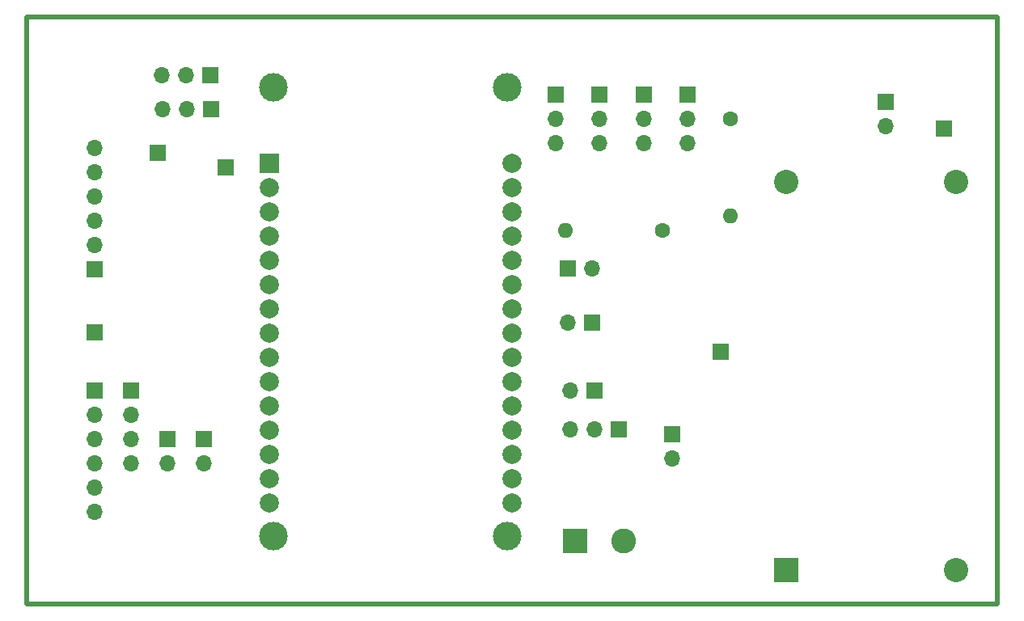
<source format=gbr>
%TF.GenerationSoftware,KiCad,Pcbnew,7.0.1*%
%TF.CreationDate,2023-06-29T12:07:24-05:00*%
%TF.ProjectId,ChocoBox,43686f63-6f42-46f7-982e-6b696361645f,rev?*%
%TF.SameCoordinates,Original*%
%TF.FileFunction,Soldermask,Bot*%
%TF.FilePolarity,Negative*%
%FSLAX46Y46*%
G04 Gerber Fmt 4.6, Leading zero omitted, Abs format (unit mm)*
G04 Created by KiCad (PCBNEW 7.0.1) date 2023-06-29 12:07:24*
%MOMM*%
%LPD*%
G01*
G04 APERTURE LIST*
%ADD10R,1.700000X1.700000*%
%ADD11C,3.000000*%
%ADD12R,2.000000X2.000000*%
%ADD13C,2.000000*%
%ADD14O,1.700000X1.700000*%
%ADD15C,1.600000*%
%ADD16O,1.600000X1.600000*%
%ADD17R,2.600000X2.600000*%
%ADD18C,2.600000*%
%ADD19R,2.540000X2.540000*%
%ADD20C,2.540000*%
%TA.AperFunction,Profile*%
%ADD21C,0.500000*%
%TD*%
G04 APERTURE END LIST*
D10*
%TO.C,J16*%
X157480000Y-48768000D03*
%TD*%
D11*
%TO.C,U1*%
X87250000Y-44490000D03*
X87250000Y-91440000D03*
X111760000Y-44490000D03*
X111760000Y-91440000D03*
D12*
X86830000Y-52450000D03*
D13*
X86830000Y-54990000D03*
X86830000Y-57530000D03*
X86830000Y-60070000D03*
X86830000Y-62610000D03*
X86830000Y-65150000D03*
X86830000Y-67690000D03*
X86830000Y-70230000D03*
X86830000Y-72770000D03*
X86830000Y-75310000D03*
X86830000Y-77850000D03*
X86830000Y-80390000D03*
X86830000Y-82930000D03*
X86830000Y-85470000D03*
X86830000Y-88010000D03*
X112230000Y-88010000D03*
X112230000Y-85470000D03*
X112230000Y-82930000D03*
X112230000Y-80390000D03*
X112230000Y-77850000D03*
X112230000Y-75310000D03*
X112230000Y-72770000D03*
X112230000Y-70230000D03*
X112230000Y-67690000D03*
X112230000Y-65150000D03*
X112230000Y-62610000D03*
X112230000Y-60070000D03*
X112230000Y-57530000D03*
X112230000Y-54990000D03*
X112230000Y-52450000D03*
%TD*%
D10*
%TO.C,J11*%
X75184000Y-51308000D03*
%TD*%
%TO.C,J6*%
X120630000Y-69113000D03*
D14*
X118090000Y-69113000D03*
%TD*%
D10*
%TO.C,J18*%
X82296000Y-52832000D03*
%TD*%
D15*
%TO.C,R1*%
X128016000Y-59436000D03*
D16*
X117856000Y-59436000D03*
%TD*%
D10*
%TO.C,J5*%
X68580000Y-63500000D03*
D14*
X68580000Y-60960000D03*
X68580000Y-58420000D03*
X68580000Y-55880000D03*
X68580000Y-53340000D03*
X68580000Y-50800000D03*
%TD*%
D10*
%TO.C,J12*%
X76200000Y-81280000D03*
D14*
X76200000Y-83820000D03*
%TD*%
D10*
%TO.C,J14*%
X151409000Y-45994000D03*
D14*
X151409000Y-48534000D03*
%TD*%
D10*
%TO.C,J3*%
X68580000Y-76200000D03*
D14*
X68580000Y-78740000D03*
X68580000Y-81280000D03*
X68580000Y-83820000D03*
X68580000Y-86360000D03*
X68580000Y-88900000D03*
%TD*%
D10*
%TO.C,J2*%
X80645000Y-43180000D03*
D14*
X78105000Y-43180000D03*
X75565000Y-43180000D03*
%TD*%
D15*
%TO.C,R3*%
X135128000Y-47752000D03*
D16*
X135128000Y-57912000D03*
%TD*%
D17*
%TO.C,J8*%
X118872000Y-91948000D03*
D18*
X123952000Y-91948000D03*
%TD*%
D10*
%TO.C,J20*%
X121412000Y-45212000D03*
D14*
X121412000Y-47752000D03*
X121412000Y-50292000D03*
%TD*%
D19*
%TO.C,U2*%
X140970000Y-94996000D03*
D20*
X158750000Y-94996000D03*
X158750000Y-54356000D03*
X140970000Y-54356000D03*
%TD*%
D10*
%TO.C,J15*%
X68580000Y-70104000D03*
%TD*%
%TO.C,J21*%
X126040000Y-45212000D03*
D14*
X126040000Y-47752000D03*
X126040000Y-50292000D03*
%TD*%
D10*
%TO.C,J4*%
X72415000Y-76200000D03*
D14*
X72415000Y-78740000D03*
X72415000Y-81280000D03*
X72415000Y-83820000D03*
%TD*%
D10*
%TO.C,SW1*%
X118130000Y-63475000D03*
D14*
X120670000Y-63475000D03*
%TD*%
D10*
%TO.C,J22*%
X130640000Y-45212000D03*
D14*
X130640000Y-47752000D03*
X130640000Y-50292000D03*
%TD*%
D10*
%TO.C,J17*%
X134112000Y-72136000D03*
%TD*%
%TO.C,J7*%
X123444000Y-80264000D03*
D14*
X120904000Y-80264000D03*
X118364000Y-80264000D03*
%TD*%
D10*
%TO.C,J13*%
X80010000Y-81280000D03*
D14*
X80010000Y-83820000D03*
%TD*%
D10*
%TO.C,J10*%
X129032000Y-80772000D03*
D14*
X129032000Y-83312000D03*
%TD*%
D10*
%TO.C,J9*%
X120904000Y-76200000D03*
D14*
X118364000Y-76200000D03*
%TD*%
D10*
%TO.C,J19*%
X116840000Y-45212000D03*
D14*
X116840000Y-47752000D03*
X116840000Y-50292000D03*
%TD*%
D10*
%TO.C,J1*%
X80757000Y-46761000D03*
D14*
X78217000Y-46761000D03*
X75677000Y-46761000D03*
%TD*%
D21*
X61468000Y-37084000D02*
X163068000Y-37084000D01*
X163068000Y-98552000D01*
X61468000Y-98552000D01*
X61468000Y-37084000D01*
M02*

</source>
